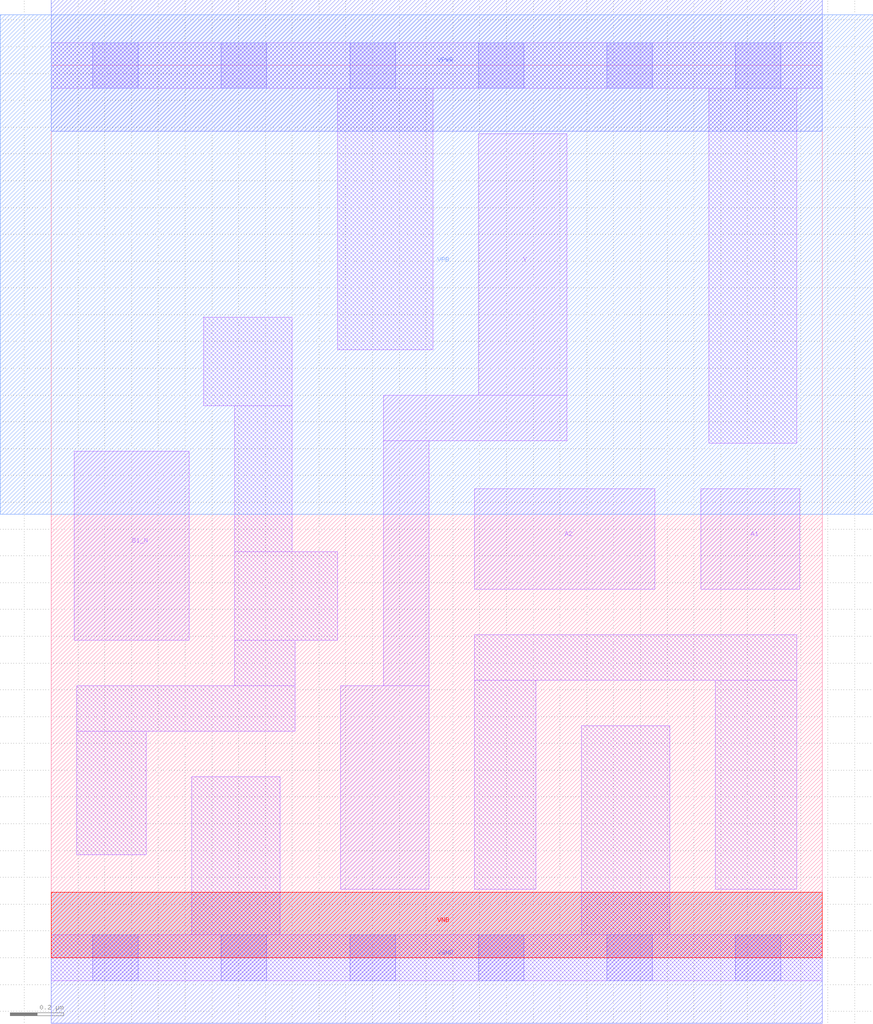
<source format=lef>
# Copyright 2020 The SkyWater PDK Authors
#
# Licensed under the Apache License, Version 2.0 (the "License");
# you may not use this file except in compliance with the License.
# You may obtain a copy of the License at
#
#     https://www.apache.org/licenses/LICENSE-2.0
#
# Unless required by applicable law or agreed to in writing, software
# distributed under the License is distributed on an "AS IS" BASIS,
# WITHOUT WARRANTIES OR CONDITIONS OF ANY KIND, either express or implied.
# See the License for the specific language governing permissions and
# limitations under the License.
#
# SPDX-License-Identifier: Apache-2.0

VERSION 5.7 ;
  NOWIREEXTENSIONATPIN ON ;
  DIVIDERCHAR "/" ;
  BUSBITCHARS "[]" ;
MACRO sky130_fd_sc_lp__o21bai_1
  CLASS CORE ;
  FOREIGN sky130_fd_sc_lp__o21bai_1 ;
  ORIGIN  0.000000  0.000000 ;
  SIZE  2.880000 BY  3.330000 ;
  SYMMETRY X Y R90 ;
  SITE unit ;
  PIN A1
    ANTENNAGATEAREA  0.315000 ;
    DIRECTION INPUT ;
    USE SIGNAL ;
    PORT
      LAYER li1 ;
        RECT 2.425000 1.375000 2.795000 1.750000 ;
    END
  END A1
  PIN A2
    ANTENNAGATEAREA  0.315000 ;
    DIRECTION INPUT ;
    USE SIGNAL ;
    PORT
      LAYER li1 ;
        RECT 1.580000 1.375000 2.255000 1.750000 ;
    END
  END A2
  PIN B1_N
    ANTENNAGATEAREA  0.126000 ;
    DIRECTION INPUT ;
    USE SIGNAL ;
    PORT
      LAYER li1 ;
        RECT 0.085000 1.185000 0.515000 1.890000 ;
    END
  END B1_N
  PIN Y
    ANTENNADIFFAREA  0.764400 ;
    DIRECTION OUTPUT ;
    USE SIGNAL ;
    PORT
      LAYER li1 ;
        RECT 1.080000 0.255000 1.410000 1.015000 ;
        RECT 1.240000 1.015000 1.410000 1.930000 ;
        RECT 1.240000 1.930000 1.925000 2.100000 ;
        RECT 1.595000 2.100000 1.925000 3.075000 ;
    END
  END Y
  PIN VGND
    DIRECTION INOUT ;
    USE GROUND ;
    PORT
      LAYER met1 ;
        RECT 0.000000 -0.245000 2.880000 0.245000 ;
    END
  END VGND
  PIN VNB
    DIRECTION INOUT ;
    USE GROUND ;
    PORT
      LAYER pwell ;
        RECT 0.000000 0.000000 2.880000 0.245000 ;
    END
  END VNB
  PIN VPB
    DIRECTION INOUT ;
    USE POWER ;
    PORT
      LAYER nwell ;
        RECT -0.190000 1.655000 3.070000 3.520000 ;
    END
  END VPB
  PIN VPWR
    DIRECTION INOUT ;
    USE POWER ;
    PORT
      LAYER met1 ;
        RECT 0.000000 3.085000 2.880000 3.575000 ;
    END
  END VPWR
  OBS
    LAYER li1 ;
      RECT 0.000000 -0.085000 2.880000 0.085000 ;
      RECT 0.000000  3.245000 2.880000 3.415000 ;
      RECT 0.095000  0.385000 0.355000 0.845000 ;
      RECT 0.095000  0.845000 0.910000 1.015000 ;
      RECT 0.525000  0.085000 0.855000 0.675000 ;
      RECT 0.570000  2.060000 0.900000 2.390000 ;
      RECT 0.685000  1.015000 0.910000 1.185000 ;
      RECT 0.685000  1.185000 1.070000 1.515000 ;
      RECT 0.685000  1.515000 0.900000 2.060000 ;
      RECT 1.070000  2.270000 1.425000 3.245000 ;
      RECT 1.580000  0.255000 1.810000 1.035000 ;
      RECT 1.580000  1.035000 2.785000 1.205000 ;
      RECT 1.980000  0.085000 2.310000 0.865000 ;
      RECT 2.455000  1.920000 2.785000 3.245000 ;
      RECT 2.480000  0.255000 2.785000 1.035000 ;
    LAYER mcon ;
      RECT 0.155000 -0.085000 0.325000 0.085000 ;
      RECT 0.155000  3.245000 0.325000 3.415000 ;
      RECT 0.635000 -0.085000 0.805000 0.085000 ;
      RECT 0.635000  3.245000 0.805000 3.415000 ;
      RECT 1.115000 -0.085000 1.285000 0.085000 ;
      RECT 1.115000  3.245000 1.285000 3.415000 ;
      RECT 1.595000 -0.085000 1.765000 0.085000 ;
      RECT 1.595000  3.245000 1.765000 3.415000 ;
      RECT 2.075000 -0.085000 2.245000 0.085000 ;
      RECT 2.075000  3.245000 2.245000 3.415000 ;
      RECT 2.555000 -0.085000 2.725000 0.085000 ;
      RECT 2.555000  3.245000 2.725000 3.415000 ;
  END
END sky130_fd_sc_lp__o21bai_1
END LIBRARY

</source>
